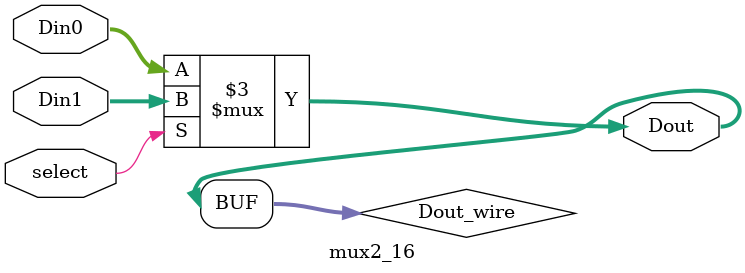
<source format=sv>
module mux2_16 (input [15:0] Din0, Din1,
				   input select,
				   output [15:0] Dout);
				 
logic [15:0] Dout_wire;
assign Dout = Dout_wire;
always @ (Din0 or Din1 or select)		// inputs to mux
begin
	case(select)								// select truth table
	1'b0		:Dout_wire = Din0; 
	default  	:Dout_wire = Din1; 
	endcase
end
endmodule 
</source>
